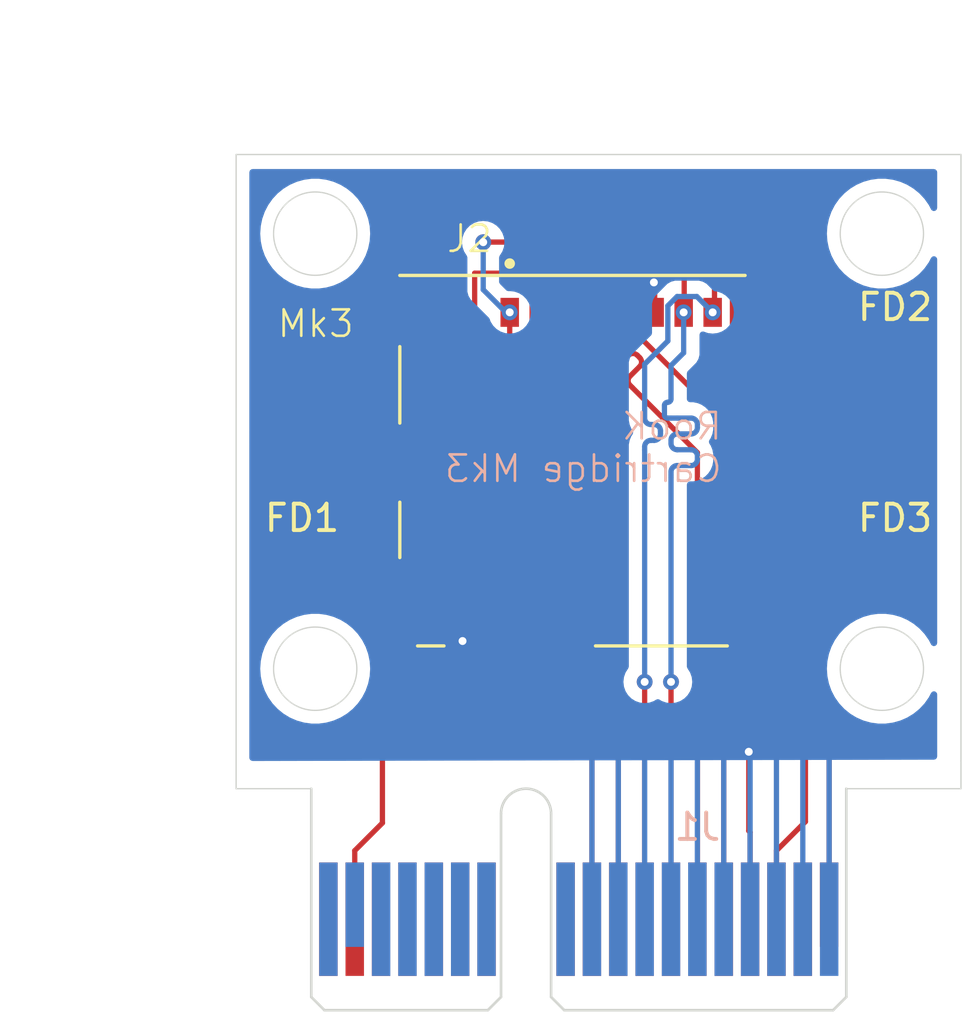
<source format=kicad_pcb>
(kicad_pcb (version 20240108) (generator "pcbnew") (generator_version "8.0")
  (layers (0 "F.Cu" signal) (31 "B.Cu" signal) (34 "B.Paste" user) (35 "F.Paste" user) (36 "B.SilkS" user "B.Silkscreen") (37 "F.SilkS" user "F.Silkscreen") (38 "B.Mask" user) (39 "F.Mask" user) (44 "Edge.Cuts" user))
  (net 0 "")
  (net 1 "SD_DAT3")
  (net 3 "Net-(J1-CARD_PRESENT)")
  (net 8 "SD_DAT1")
  (net 12 "GND")
  (net 17 "SD_DAT0")
  (net 18 "3V3")
  (net 20 "SD_DAT2")
  (net 21 "SD_CLK")
  (net 22 "SD_CMD")
  (footprint "Fiducial:Fiducial_0.5mm_Mask1.5mm" (layer "F.Cu") (at 167 61.5)
    (property "Reference" "FD1" (at 0 -1.7145 0) (layer "F.SilkS"))
    (property "Value" "Fiducial_0.5mm_Mask1.5mm" (hide yes))
    (pad "" smd circle (at 0 0) (size 0.5 0.5) (layers "F.Cu" "F.Mask") (clearance 0.5))
  )
  (footprint "Resistor_SMD:R_0201_0603Metric" (layer "F.Cu") (at 182.65 49.555 -90)
    (property "Reference" "R1" (hide yes))
    (property "Value" "10k" (hide yes))
    (pad "1" smd roundrect (at -0.32 0 270) (size 0.46 0.4) (layers "F.Cu" "F.Mask") (net 18 "3V3"))
    (pad "2" smd roundrect (at 0.32 0 270) (size 0.46 0.4) (layers "F.Cu" "F.Mask") (net 8 "SD_DAT1"))
  )
  (footprint "Resistor_SMD:R_0201_0603Metric" (layer "F.Cu") (at 174.95 49 -90)
    (property "Reference" "R3" (hide yes))
    (property "Value" "10k" (hide yes))
    (pad "1" smd roundrect (at -0.32 0 270) (size 0.46 0.4) (layers "F.Cu" "F.Mask") (net 18 "3V3"))
    (pad "2" smd roundrect (at 0.32 0 270) (size 0.46 0.4) (layers "F.Cu" "F.Mask") (net 20 "SD_DAT2"))
  )
  (footprint "Fiducial:Fiducial_0.5mm_Mask1.5mm" (layer "F.Cu") (at 189.5 53.5)
    (property "Reference" "FD2" (at 0 -1.7145 0) (layer "F.SilkS"))
    (property "Value" "Fiducial_0.5mm_Mask1.5mm" (hide yes))
    (pad "" smd circle (at 0 0) (size 0.5 0.5) (layers "F.Cu" "F.Mask") (clearance 0.5))
  )
  (footprint "Fiducial:Fiducial_0.5mm_Mask1.5mm" (layer "F.Cu") (at 189.5 61.5)
    (property "Reference" "FD3" (at 0 -1.7145 0) (layer "F.SilkS"))
    (property "Value" "Fiducial_0.5mm_Mask1.5mm" (hide yes))
    (pad "" smd circle (at 0 0) (size 0.5 0.5) (layers "F.Cu" "F.Mask") (clearance 0.5))
  )
  (footprint "Resistor_SMD:R_0201_0603Metric" (layer "F.Cu") (at 175.995 49.55 -90)
    (property "Reference" "R5" (hide yes))
    (property "Value" "10k" (hide yes))
    (pad "1" smd roundrect (at -0.32 0 270) (size 0.46 0.4) (layers "F.Cu" "F.Mask") (net 18 "3V3"))
    (pad "2" smd roundrect (at 0.32 0 270) (size 0.46 0.4) (layers "F.Cu" "F.Mask") (net 1 "SD_DAT3"))
  )
  (footprint "Resistor_SMD:R_0201_0603Metric" (layer "F.Cu") (at 181.5 49.55 -90)
    (property "Reference" "R2" (hide yes))
    (property "Value" "10k" (hide yes))
    (pad "1" smd roundrect (at -0.32 0 270) (size 0.46 0.4) (layers "F.Cu" "F.Mask") (net 18 "3V3"))
    (pad "2" smd roundrect (at 0.32 0 270) (size 0.46 0.4) (layers "F.Cu" "F.Mask") (net 17 "SD_DAT0"))
  )
  (footprint "CM4IO:SDCARD_MOLEX_503398-1892" (layer "F.Cu") (at 177.26 57.61)
    (property "Reference" "J2" (at -3.907665 -8.415745 0) (layer "F.SilkS") (effects (font (size 1.000685 1.000685) (thickness 0.1))))
    (property "Value" "Micro_SD_Card")
    (fp_line (start -6.55 -7.025) (end 6.55 -7.025) (stroke (width 0.127)) (layer "F.SilkS"))
    (fp_line (start -6.55 -4.325) (end -6.55 -1.425) (stroke (width 0.127)) (layer "F.SilkS"))
    (fp_line (start -6.55 1.575) (end -6.55 3.675) (stroke (width 0.127)) (layer "F.SilkS"))
    (fp_line (start -5.876 7.025) (end -4.874 7.025) (stroke (width 0.127)) (layer "F.SilkS"))
    (fp_line (start 0.874 7.025) (end 5.876 7.025) (stroke (width 0.127)) (layer "F.SilkS"))
    (fp_circle (center -2.38 -7.475) (end -2.28 -7.475) (stroke (width 0.2)) (fill none) (layer "F.SilkS"))
    (pad "1" smd rect (at -2.38 -5.625) (size 0.7 1.1) (layers "F.Cu" "F.Paste" "F.Mask") (net 20 "SD_DAT2"))
    (pad "2" smd rect (at -1.28 -5.625) (size 0.7 1.1) (layers "F.Cu" "F.Paste" "F.Mask") (net 1 "SD_DAT3"))
    (pad "3" smd rect (at -0.18 -5.625) (size 0.7 1.1) (layers "F.Cu" "F.Paste" "F.Mask") (net 22 "SD_CMD"))
    (pad "4" smd rect (at 0.92 -5.625) (size 0.7 1.1) (layers "F.Cu" "F.Paste" "F.Mask") (net 18 "3V3"))
    (pad "5" smd rect (at 2.02 -5.625) (size 0.7 1.1) (layers "F.Cu" "F.Paste" "F.Mask") (net 21 "SD_CLK"))
    (pad "6" smd rect (at 3.12 -5.625) (size 0.7 1.1) (layers "F.Cu" "F.Paste" "F.Mask") (net 12 "GND"))
    (pad "7" smd rect (at 4.22 -5.625) (size 0.7 1.1) (layers "F.Cu" "F.Paste" "F.Mask") (net 17 "SD_DAT0"))
    (pad "8" smd rect (at 5.32 -5.625) (size 0.7 1.1) (layers "F.Cu" "F.Paste" "F.Mask") (net 8 "SD_DAT1"))
    (pad "9" smd rect (at -4.17 6.84) (size 0.9 0.93) (layers "F.Cu" "F.Paste" "F.Mask") (net 12 "GND"))
    (pad "10" smd rect (at 0.095 6.915) (size 1.05 0.78) (layers "F.Cu" "F.Paste" "F.Mask"))
    (pad "11" smd rect (at -6.48 5.64) (size 0.7 3.33) (layers "F.Cu" "F.Paste" "F.Mask"))
    (pad "11" smd rect (at -6.26 -5.61) (size 1.14 1.83) (layers "F.Cu" "F.Paste" "F.Mask"))
    (pad "11" smd rect (at 6.4 -5.125) (size 0.86 2.8) (layers "F.Cu" "F.Paste" "F.Mask"))
    (pad "11" smd rect (at 6.48 5.64) (size 0.7 3.33) (layers "F.Cu" "F.Paste" "F.Mask"))
  )
  (footprint "Resistor_SMD:R_0201_0603Metric" (layer "F.Cu") (at 177.1 49.555 -90)
    (property "Reference" "R4" (hide yes))
    (property "Value" "10k" (hide yes))
    (pad "1" smd roundrect (at -0.32 0 270) (size 0.46 0.4) (layers "F.Cu" "F.Mask") (net 18 "3V3"))
    (pad "2" smd roundrect (at 0.32 0 270) (size 0.46 0.4) (layers "F.Cu" "F.Mask") (net 22 "SD_CMD"))
  )
  (footprint "Connector_PCBEdge:BUS_PCIexpress_x1" (layer "B.Cu") (at 187 75 180)
    (property "Reference" "J1" (at 5 3.5 0) (layer "B.SilkS") (effects (justify mirror)))
    (property "Value" "CartridgeConnMk1")
    (fp_line (start 19.65 -2.95) (end 19.65 4.95) (stroke (width 0.1)) (layer "Edge.Cuts"))
    (fp_line (start 19.15 -3.45) (end 19.65 -2.95) (stroke (width 0.1)) (layer "Edge.Cuts"))
    (fp_line (start 19.15 -3.45) (end 12.95 -3.45) (stroke (width 0.1)) (layer "Edge.Cuts"))
    (fp_line (start 12.95 -3.45) (end 12.45 -2.95) (stroke (width 0.1)) (layer "Edge.Cuts"))
    (fp_line (start 12.45 -2.95) (end 12.45 4) (stroke (width 0.1)) (layer "Edge.Cuts"))
    (fp_line (start 10.55 -2.95) (end 10.55 4) (stroke (width 0.1)) (layer "Edge.Cuts"))
    (fp_line (start 10.05 -3.45) (end 10.55 -2.95) (stroke (width 0.1)) (layer "Edge.Cuts"))
    (fp_line (start 10.05 -3.45) (end -0.15 -3.45) (stroke (width 0.1)) (layer "Edge.Cuts"))
    (fp_line (start -0.15 -3.45) (end -0.65 -2.95) (stroke (width 0.1)) (layer "Edge.Cuts"))
    (fp_line (start -0.65 -2.95) (end -0.65 4.95) (stroke (width 0.1)) (layer "Edge.Cuts"))
    (fp_arc (start 12.45 4) (mid 11.5 4.95) (end 10.55 4) (stroke (width 0.1)) (layer "Edge.Cuts"))
    (pad "A1" connect rect (at 0 0.55 180) (size 0.7 3.2) (layers "F.Cu" "F.Mask") (net 3 "Net-(J1-CARD_PRESENT)"))
    (pad "A2" connect rect (at 1 0 180) (size 0.7 4.3) (layers "F.Cu" "F.Mask"))
    (pad "A3" connect rect (at 2 0 180) (size 0.7 4.3) (layers "F.Cu" "F.Mask") (net 18 "3V3"))
    (pad "A4" connect rect (at 3 0 180) (size 0.7 4.3) (layers "F.Cu" "F.Mask") (net 12 "GND"))
    (pad "A5" connect rect (at 4 0 180) (size 0.7 4.3) (layers "F.Cu" "F.Mask") (net 21 "SD_CLK"))
    (pad "A6" connect rect (at 5 0 180) (size 0.7 4.3) (layers "F.Cu" "F.Mask") (net 22 "SD_CMD"))
    (pad "A7" connect rect (at 6 0 180) (size 0.7 4.3) (layers "F.Cu" "F.Mask") (net 17 "SD_DAT0"))
    (pad "A8" connect rect (at 7 0 180) (size 0.7 4.3) (layers "F.Cu" "F.Mask") (net 8 "SD_DAT1"))
    (pad "A9" connect rect (at 8 0 180) (size 0.7 4.3) (layers "F.Cu" "F.Mask") (net 20 "SD_DAT2"))
    (pad "A10" connect rect (at 9 0 180) (size 0.7 4.3) (layers "F.Cu" "F.Mask") (net 1 "SD_DAT3"))
    (pad "A11" connect rect (at 10 0 180) (size 0.7 4.3) (layers "F.Cu" "F.Mask"))
    (pad "A12" connect rect (at 13 0 180) (size 0.7 4.3) (layers "F.Cu" "F.Mask"))
    (pad "A13" connect rect (at 14 0 180) (size 0.7 4.3) (layers "F.Cu" "F.Mask"))
    (pad "A14" connect rect (at 15 0 180) (size 0.7 4.3) (layers "F.Cu" "F.Mask"))
    (pad "A15" connect rect (at 16 0 180) (size 0.7 4.3) (layers "F.Cu" "F.Mask"))
    (pad "A16" connect rect (at 17 0 180) (size 0.7 4.3) (layers "F.Cu" "F.Mask"))
    (pad "A17" connect rect (at 18 0 180) (size 0.7 4.3) (layers "F.Cu" "F.Mask") (net 3 "Net-(J1-CARD_PRESENT)"))
    (pad "A18" connect rect (at 19 0 180) (size 0.7 4.3) (layers "F.Cu" "F.Mask"))
    (pad "B1" connect rect (at 0 0 180) (size 0.7 4.3) (layers "B.Cu" "B.Mask") (net 12 "GND"))
    (pad "B2" connect rect (at 1 0 180) (size 0.7 4.3) (layers "B.Cu" "B.Mask") (net 12 "GND"))
    (pad "B3" connect rect (at 2 0 180) (size 0.7 4.3) (layers "B.Cu" "B.Mask") (net 12 "GND"))
    (pad "B4" connect rect (at 3 0 180) (size 0.7 4.3) (layers "B.Cu" "B.Mask") (net 12 "GND"))
    (pad "B5" connect rect (at 4 0 180) (size 0.7 4.3) (layers "B.Cu" "B.Mask") (net 12 "GND"))
    (pad "B6" connect rect (at 5 0 180) (size 0.7 4.3) (layers "B.Cu" "B.Mask") (net 12 "GND"))
    (pad "B7" connect rect (at 6 0 180) (size 0.7 4.3) (layers "B.Cu" "B.Mask") (net 12 "GND"))
    (pad "B8" connect rect (at 7 0 180) (size 0.7 4.3) (layers "B.Cu" "B.Mask") (net 12 "GND"))
    (pad "B9" connect rect (at 8 0 180) (size 0.7 4.3) (layers "B.Cu" "B.Mask") (net 12 "GND"))
    (pad "B10" connect rect (at 9 0 180) (size 0.7 4.3) (layers "B.Cu" "B.Mask") (net 12 "GND"))
    (pad "B11" connect rect (at 10 0 180) (size 0.7 4.3) (layers "B.Cu" "B.Mask"))
    (pad "B12" connect rect (at 13 0 180) (size 0.7 4.3) (layers "B.Cu" "B.Mask"))
    (pad "B13" connect rect (at 14 0 180) (size 0.7 4.3) (layers "B.Cu" "B.Mask"))
    (pad "B14" connect rect (at 15 0 180) (size 0.7 4.3) (layers "B.Cu" "B.Mask"))
    (pad "B15" connect rect (at 16 0 180) (size 0.7 4.3) (layers "B.Cu" "B.Mask"))
    (pad "B16" connect rect (at 17 0 180) (size 0.7 4.3) (layers "B.Cu" "B.Mask"))
    (pad "B17" connect rect (at 18 0.55 180) (size 0.7 3.2) (layers "B.Cu" "B.Mask"))
    (pad "B18" connect rect (at 19 0 180) (size 0.7 4.3) (layers "B.Cu" "B.Mask"))
  )
  (gr_line (start 192 69) (end 192 70.05) (stroke (width 0.05)) (layer "Edge.Cuts"))
  (gr_circle (center 189 65.5) (end 190.58 65.5) (stroke (width 0.05)) (fill none) (layer "Edge.Cuts"))
  (gr_circle (center 167.5 65.5) (end 169.08 65.5) (stroke (width 0.05)) (fill none) (layer "Edge.Cuts"))
  (gr_line (start 192 46) (end 164.5 46) (stroke (width 0.05)) (layer "Edge.Cuts"))
  (gr_line (start 164.5 46) (end 164.499561 70.05) (stroke (width 0.05)) (layer "Edge.Cuts"))
  (gr_circle (center 189 49) (end 190.58 49) (stroke (width 0.05)) (fill none) (layer "Edge.Cuts"))
  (gr_circle (center 167.5 49) (end 169.08 49) (stroke (width 0.05)) (fill none) (layer "Edge.Cuts"))
  (gr_line (start 192 69) (end 192 46) (stroke (width 0.05)) (layer "Edge.Cuts"))
  (gr_line (start 187.65 70.05) (end 192 70.05) (stroke (width 0.05)) (layer "Edge.Cuts"))
  (gr_line (start 167.35 70.05) (end 164.499561 70.05) (stroke (width 0.05)) (layer "Edge.Cuts"))
  (gr_text "RooK\nCartridge Mk3" (at 183 58.5 0) (layer "B.SilkS") (effects (font (size 1 1) (thickness 0.1)) (justify left bottom mirror)))
  (gr_text "Mk3" (at 166 53 0) (layer "F.SilkS") (effects (font (size 1 1) (thickness 0.1)) (justify left bottom)))
  (segment (start 175.995 51.97) (end 175.98 51.985) (width 0.2) (layer "F.Cu") (net 1))
  (segment (start 173.48 62.48) (end 173.48 54.273241) (width 0.2) (layer "F.Cu") (net 1))
  (segment (start 175.995 49.87) (end 175.995 51.97) (width 0.2) (layer "F.Cu") (net 1))
  (segment (start 173.55 54.203241) (end 173.55 50.5) (width 0.2) (layer "F.Cu") (net 1))
  (segment (start 173.48 54.273241) (end 173.55 54.203241) (width 0.2) (layer "F.Cu") (net 1))
  (segment (start 175.98 51.235) (end 175.98 51.985) (width 0.2) (layer "F.Cu") (net 1))
  (segment (start 178 74.75) (end 178 67) (width 0.2) (layer "F.Cu") (net 1))
  (segment (start 178 67) (end 173.48 62.48) (width 0.2) (layer "F.Cu") (net 1))
  (segment (start 173.55 50.5) (end 175.245 50.5) (width 0.2) (layer "F.Cu") (net 1))
  (segment (start 175.245 50.5) (end 175.98 51.235) (width 0.2) (layer "F.Cu") (net 1))
  (segment (start 175.834315 47.65) (end 175.884315 47.6) (width 0.2) (layer "F.Cu") (net 3))
  (segment (start 186.5 50.434314) (end 186.5 67.6) (width 0.2) (layer "F.Cu") (net 3))
  (segment (start 183.665686 47.6) (end 186.5 50.434314) (width 0.2) (layer "F.Cu") (net 3))
  (segment (start 175.884315 47.6) (end 183.665686 47.6) (width 0.2) (layer "F.Cu") (net 3))
  (segment (start 187 68.1) (end 187 74.2) (width 0.2) (layer "F.Cu") (net 3))
  (segment (start 186.5 67.6) (end 187 68.1) (width 0.2) (layer "F.Cu") (net 3))
  (segment (start 173.265 47.65) (end 175.834315 47.65) (width 0.2) (layer "F.Cu") (net 3))
  (segment (start 169 74.75) (end 169 72.4) (width 0.2) (layer "F.Cu") (net 3))
  (segment (start 169 72.4) (end 170.05 71.35) (width 0.2) (layer "F.Cu") (net 3))
  (segment (start 170.05 50.865) (end 173.265 47.65) (width 0.2) (layer "F.Cu") (net 3))
  (segment (start 170.05 71.35) (end 170.05 50.865) (width 0.2) (layer "F.Cu") (net 3))
  (segment (start 182.65 51.915) (end 182.58 51.985) (width 0.2) (layer "F.Cu") (net 8))
  (segment (start 180 74.75) (end 180 66) (width 0.2) (layer "F.Cu") (net 8))
  (segment (start 182.65 49.875) (end 182.65 51.915) (width 0.2) (layer "F.Cu") (net 8))
  (via (at 182.58 51.985) (size 0.6) (drill 0.3) (layers "F.Cu" "B.Cu") (net 8))
  (via (at 180 66) (size 0.6) (drill 0.3) (layers "F.Cu" "B.Cu") (net 8))
  (segment (start 181.231471 51.385) (end 180.88 51.736471) (width 0.2) (layer "B.Cu") (net 8))
  (segment (start 180 53.95) (end 180 55.999485) (width 0.2) (layer "B.Cu") (net 8))
  (segment (start 182.58 51.985) (end 181.98 51.385) (width 0.2) (layer "B.Cu") (net 8))
  (segment (start 180 57.199485) (end 180 57.682035) (width 0.2) (layer "B.Cu") (net 8))
  (segment (start 180 57.079485) (end 180 57.199485) (width 0.2) (layer "B.Cu") (net 8))
  (segment (start 180.6 56.479485) (end 180.6 56.599485) (width 0.2) (layer "B.Cu") (net 8))
  (segment (start 180.36 56.839485) (end 180.24 56.839485) (width 0.2) (layer "B.Cu") (net 8))
  (segment (start 180.88 51.736471) (end 180.88 53.07) (width 0.2) (layer "B.Cu") (net 8))
  (segment (start 181.98 51.385) (end 181.231471 51.385) (width 0.2) (layer "B.Cu") (net 8))
  (segment (start 180 57.682035) (end 180 66) (width 0.2) (layer "B.Cu") (net 8))
  (segment (start 180.88 53.07) (end 180 53.95) (width 0.2) (layer "B.Cu") (net 8))
  (segment (start 180.24 56.239485) (end 180.36 56.239485) (width 0.2) (layer "B.Cu") (net 8))
  (arc (start 180.6 56.599485) (mid 180.529706 56.769191) (end 180.36 56.839485) (width 0.2) (layer "B.Cu") (net 8))
  (arc (start 180.36 56.239485) (mid 180.529706 56.309779) (end 180.6 56.479485) (width 0.2) (layer "B.Cu") (net 8))
  (arc (start 180 55.999485) (mid 180.070294 56.169191) (end 180.24 56.239485) (width 0.2) (layer "B.Cu") (net 8))
  (arc (start 180.24 56.839485) (mid 180.070294 56.909779) (end 180 57.079485) (width 0.2) (layer "B.Cu") (net 8))
  (segment (start 173 64.54) (end 173.09 64.45) (width 0.2) (layer "F.Cu") (net 12))
  (segment (start 180.38 51.985) (end 180.38 50.88) (width 0.2) (layer "F.Cu") (net 12))
  (segment (start 183.95 71.65) (end 184 71.7) (width 0.2) (layer "F.Cu") (net 12))
  (segment (start 184 71.7) (end 184 74.75) (width 0.2) (layer "F.Cu") (net 12))
  (segment (start 183.95 68.65) (end 183.95 71.65) (width 0.2) (layer "F.Cu") (net 12))
  (segment (start 180.38 50.88) (end 180.35 50.85) (width 0.2) (layer "F.Cu") (net 12))
  (via (at 173.09 64.45) (size 0.6) (drill 0.3) (layers "F.Cu" "B.Cu") (net 12))
  (via (at 180.35 50.85) (size 0.6) (drill 0.3) (layers "F.Cu" "B.Cu") (net 12))
  (via (at 183.95 68.65) (size 0.6) (drill 0.3) (layers "F.Cu" "B.Cu") (net 12))
  (segment (start 181 75) (end 181 68.6) (width 0.2) (layer "B.Cu") (net 12))
  (segment (start 186 75) (end 186 68.6) (width 0.2) (layer "B.Cu") (net 12))
  (segment (start 182 75) (end 182 68.6) (width 0.2) (layer "B.Cu") (net 12))
  (segment (start 185 75) (end 185 68.6) (width 0.2) (layer "B.Cu") (net 12))
  (segment (start 179 75) (end 179 68.6) (width 0.2) (layer "B.Cu") (net 12))
  (segment (start 180 75) (end 180 68.6) (width 0.2) (layer "B.Cu") (net 12))
  (segment (start 178 75) (end 178 68.6) (width 0.2) (layer "B.Cu") (net 12))
  (segment (start 183 75) (end 183 68.6) (width 0.2) (layer "B.Cu") (net 12))
  (segment (start 184 75) (end 184 68.6) (width 0.2) (layer "B.Cu") (net 12))
  (segment (start 187 75) (end 187 68.6) (width 0.2) (layer "B.Cu") (net 12))
  (segment (start 181.5 51.965) (end 181.48 51.985) (width 0.2) (layer "F.Cu") (net 17))
  (segment (start 181 74.75) (end 181 66) (width 0.2) (layer "F.Cu") (net 17))
  (segment (start 181.5 49.87) (end 181.5 51.965) (width 0.2) (layer "F.Cu") (net 17))
  (via (at 181.48 51.985) (size 0.6) (drill 0.3) (layers "F.Cu" "B.Cu") (net 17))
  (via (at 181 66) (size 0.6) (drill 0.3) (layers "F.Cu" "B.Cu") (net 17))
  (segment (start 181 56.83538) (end 181 56.95538) (width 0.2) (layer "B.Cu") (net 17))
  (segment (start 181 58.242885) (end 181 66) (width 0.2) (layer "B.Cu") (net 17))
  (segment (start 181.48 53.52) (end 181 54) (width 0.2) (layer "B.Cu") (net 17))
  (segment (start 181 58.03538) (end 181 58.15538) (width 0.2) (layer "B.Cu") (net 17))
  (segment (start 181.24 57.19538) (end 181.76 57.19538) (width 0.2) (layer "B.Cu") (net 17))
  (segment (start 180.75 55.52038) (end 180.75 55.87038) (width 0.2) (layer "B.Cu") (net 17))
  (segment (start 181 54) (end 181 55.27038) (width 0.2) (layer "B.Cu") (net 17))
  (segment (start 181 55.99538) (end 181.24 55.99538) (width 0.2) (layer "B.Cu") (net 17))
  (segment (start 182 57.43538) (end 182 57.55538) (width 0.2) (layer "B.Cu") (net 17))
  (segment (start 180.875 55.99538) (end 181 55.99538) (width 0.2) (layer "B.Cu") (net 17))
  (segment (start 181 58.15538) (end 181 58.242885) (width 0.2) (layer "B.Cu") (net 17))
  (segment (start 181.76 56.59538) (end 181.24 56.59538) (width 0.2) (layer "B.Cu") (net 17))
  (segment (start 181.76 57.79538) (end 181.24 57.79538) (width 0.2) (layer "B.Cu") (net 17))
  (segment (start 181.24 55.99538) (end 181.76 55.99538) (width 0.2) (layer "B.Cu") (net 17))
  (segment (start 181.48 51.985) (end 181.48 53.52) (width 0.2) (layer "B.Cu") (net 17))
  (segment (start 182 56.23538) (end 182 56.35538) (width 0.2) (layer "B.Cu") (net 17))
  (arc (start 180.875 55.39538) (mid 180.786612 55.431992) (end 180.75 55.52038) (width 0.2) (layer "B.Cu") (net 17))
  (arc (start 181 55.27038) (mid 180.963388 55.358768) (end 180.875 55.39538) (width 0.2) (layer "B.Cu") (net 17))
  (arc (start 181.76 55.99538) (mid 181.929706 56.065674) (end 182 56.23538) (width 0.2) (layer "B.Cu") (net 17))
  (arc (start 181.24 57.79538) (mid 181.070294 57.865674) (end 181 58.03538) (width 0.2) (layer "B.Cu") (net 17))
  (arc (start 180.75 55.87038) (mid 180.786612 55.958768) (end 180.875 55.99538) (width 0.2) (layer "B.Cu") (net 17))
  (arc (start 182 57.55538) (mid 181.929706 57.725086) (end 181.76 57.79538) (width 0.2) (layer "B.Cu") (net 17))
  (arc (start 181.24 56.59538) (mid 181.070294 56.665674) (end 181 56.83538) (width 0.2) (layer "B.Cu") (net 17))
  (arc (start 181 56.95538) (mid 181.070294 57.125086) (end 181.24 57.19538) (width 0.2) (layer "B.Cu") (net 17))
  (arc (start 181.76 57.19538) (mid 181.929706 57.265674) (end 182 57.43538) (width 0.2) (layer "B.Cu") (net 17))
  (arc (start 182 56.35538) (mid 181.929706 56.525086) (end 181.76 56.59538) (width 0.2) (layer "B.Cu") (net 17))
  (segment (start 185 74.75) (end 185 72.4) (width 0.2) (layer "F.Cu") (net 18))
  (segment (start 182.65 48) (end 181.415 48) (width 0.2) (layer "F.Cu") (net 18))
  (segment (start 175.995 49.155) (end 176.5 48.65) (width 0.2) (layer "F.Cu") (net 18))
  (segment (start 186.1 50.6) (end 183.5 48) (width 0.2) (layer "F.Cu") (net 18))
  (segment (start 176.5 48.65) (end 180.765 48.65) (width 0.2) (layer "F.Cu") (net 18))
  (segment (start 174.95 48.68) (end 176.47 48.68) (width 0.2) (layer "F.Cu") (net 18))
  (segment (start 176.47 48.68) (end 176.5 48.65) (width 0.2) (layer "F.Cu") (net 18))
  (segment (start 181.5 49.23) (end 181.5 48.085) (width 0.2) (layer "F.Cu") (net 18))
  (segment (start 186.1 71.3) (end 186.1 50.6) (width 0.2) (layer "F.Cu") (net 18))
  (segment (start 181.5 48.085) (end 181.415 48) (width 0.2) (layer "F.Cu") (net 18))
  (segment (start 185 72.4) (end 186.1 71.3) (width 0.2) (layer "F.Cu") (net 18))
  (segment (start 180.7825 48.6325) (end 180.1825 49.2325) (width 0.2) (layer "F.Cu") (net 18))
  (segment (start 182.65 49.235) (end 182.65 48) (width 0.2) (layer "F.Cu") (net 18))
  (segment (start 175.995 49.23) (end 175.995 49.155) (width 0.2) (layer "F.Cu") (net 18))
  (segment (start 181.415 48) (end 180.7825 48.6325) (width 0.2) (layer "F.Cu") (net 18))
  (segment (start 178.18 51.235) (end 178.18 51.985) (width 0.2) (layer "F.Cu") (net 18))
  (segment (start 183.5 48) (end 182.65 48) (width 0.2) (layer "F.Cu") (net 18))
  (segment (start 180.765 48.65) (end 180.7825 48.6325) (width 0.2) (layer "F.Cu") (net 18))
  (segment (start 177.1 49.235) (end 180.18 49.235) (width 0.2) (layer "F.Cu") (net 18))
  (segment (start 180.18 49.235) (end 180.1825 49.2325) (width 0.2) (layer "F.Cu") (net 18))
  (segment (start 180.1825 49.2325) (end 178.18 51.235) (width 0.2) (layer "F.Cu") (net 18))
  (segment (start 174.88 56.613418) (end 174.88 60.535) (width 0.2) (layer "F.Cu") (net 20))
  (segment (start 175.12 54.274589) (end 174.88 54.274589) (width 0.2) (layer "F.Cu") (net 20))
  (segment (start 174.88 54.874589) (end 175.12 54.874589) (width 0.2) (layer "F.Cu") (net 20))
  (segment (start 173.88 49.32) (end 173.875 49.325) (width 0.2) (layer "F.Cu") (net 20))
  (segment (start 175.64 54.274589) (end 175.12 54.274589) (width 0.2) (layer "F.Cu") (net 20))
  (segment (start 174.95 49.32) (end 173.88 49.32) (width 0.2) (layer "F.Cu") (net 20))
  (segment (start 175.12 54.874589) (end 175.64 54.874589) (width 0.2) (layer "F.Cu") (net 20))
  (segment (start 174.88 55.714589) (end 174.88 55.834589) (width 0.2) (layer "F.Cu") (net 20))
  (segment (start 174.88 55.834589) (end 174.88 56.613418) (width 0.2) (layer "F.Cu") (net 20))
  (segment (start 174.12 54.874589) (end 174.88 54.874589) (width 0.2) (layer "F.Cu") (net 20))
  (segment (start 175.88 53.914589) (end 175.88 54.034589) (width 0.2) (layer "F.Cu") (net 20))
  (segment (start 175.12 53.674589) (end 175.64 53.674589) (width 0.2) (layer "F.Cu") (net 20))
  (segment (start 173.875 49.325) (end 173.85 49.35) (width 0.2) (layer "F.Cu") (net 20))
  (segment (start 175.88 55.114589) (end 175.88 55.234589) (width 0.2) (layer "F.Cu") (net 20))
  (segment (start 174.88 54.274589) (end 174.12 54.274589) (width 0.2) (layer "F.Cu") (net 20))
  (segment (start 173.88 54.514589) (end 173.88 54.634589) (width 0.2) (layer "F.Cu") (net 20))
  (segment (start 174.88 51.985) (end 174.88 53.434589) (width 0.2) (layer "F.Cu") (net 20))
  (segment (start 174.88 60.535) (end 179 64.655) (width 0.2) (layer "F.Cu") (net 20))
  (segment (start 175.64 55.474589) (end 175.12 55.474589) (width 0.2) (layer "F.Cu") (net 20))
  (segment (start 179 64.655) (end 179 74.75) (width 0.2) (layer "F.Cu") (net 20))
  (via (at 173.875 49.325) (size 0.6) (drill 0.3) (layers "F.Cu" "B.Cu") (net 20))
  (via (at 174.88 51.985) (size 0.6) (drill 0.3) (layers "F.Cu" "B.Cu") (net 20))
  (arc (start 175.88 54.034589) (mid 175.809706 54.204295) (end 175.64 54.274589) (width 0.2) (layer "F.Cu") (net 20))
  (arc (start 174.12 54.274589) (mid 173.950294 54.344883) (end 173.88 54.514589) (width 0.2) (layer "F.Cu") (net 20))
  (arc (start 175.12 55.474589) (mid 174.950294 55.544883) (end 174.88 55.714589) (width 0.2) (layer "F.Cu") (net 20))
  (arc (start 173.88 54.634589) (mid 173.950294 54.804295) (end 174.12 54.874589) (width 0.2) (layer "F.Cu") (net 20))
  (arc (start 175.64 53.674589) (mid 175.809706 53.744883) (end 175.88 53.914589) (width 0.2) (layer "F.Cu") (net 20))
  (arc (start 175.88 55.234589) (mid 175.809706 55.404295) (end 175.64 55.474589) (width 0.2) (layer "F.Cu") (net 20))
  (arc (start 174.88 53.434589) (mid 174.950294 53.604295) (end 175.12 53.674589) (width 0.2) (layer "F.Cu") (net 20))
  (arc (start 175.64 54.874589) (mid 175.809706 54.944883) (end 175.88 55.114589) (width 0.2) (layer "F.Cu") (net 20))
  (segment (start 173.875 49.325) (end 173.875 51.125) (width 0.2) (layer "B.Cu") (net 20))
  (segment (start 173.875 51.125) (end 174.735 51.985) (width 0.2) (layer "B.Cu") (net 20))
  (segment (start 174.735 51.985) (end 174.88 51.985) (width 0.2) (layer "B.Cu") (net 20))
  (segment (start 183 56.105) (end 179.28 52.385) (width 0.2) (layer "F.Cu") (net 21))
  (segment (start 183 57.668353) (end 183 56.105) (width 0.2) (layer "F.Cu") (net 21))
  (segment (start 183 58.352137) (end 183 57.668353) (width 0.2) (layer "F.Cu") (net 21))
  (segment (start 183.24 59.312137) (end 183.76 59.312137) (width 0.2) (layer "F.Cu") (net 21))
  (segment (start 179.28 52.385) (end 179.28 51.985) (width 0.2) (layer "F.Cu") (net 21))
  (segment (start 183 59.312137) (end 183.24 59.312137) (width 0.2) (layer "F.Cu") (net 21))
  (segment (start 183 59.912137) (end 182.64 59.912137) (width 0.2) (layer "F.Cu") (net 21))
  (segment (start 184 60.272137) (end 184 60.152137) (width 0.2) (layer "F.Cu") (net 21))
  (segment (start 183.76 58.712137) (end 183.24 58.712137) (width 0.2) (layer "F.Cu") (net 21))
  (segment (start 183 58.472137) (end 183 58.352137) (width 0.2) (layer "F.Cu") (net 21))
  (segment (start 184 59.072137) (end 184 58.952137) (width 0.2) (layer "F.Cu") (net 21))
  (segment (start 182.64 59.312137) (end 183 59.312137) (width 0.2) (layer "F.Cu") (net 21))
  (segment (start 182.64 60.512137) (end 182.76 60.512137) (width 0.2) (layer "F.Cu") (net 21))
  (segment (start 183.76 59.912137) (end 183 59.912137) (width 0.2) (layer "F.Cu") (net 21))
  (segment (start 182.4 60.872137) (end 182.4 60.752137) (width 0.2) (layer "F.Cu") (net 21))
  (segment (start 182.4 59.672137) (end 182.4 59.552137) (width 0.2) (layer "F.Cu") (net 21))
  (segment (start 183 74.75) (end 183 61.352137) (width 0.2) (layer "F.Cu") (net 21))
  (segment (start 182.76 60.512137) (end 183 60.512137) (width 0.2) (layer "F.Cu") (net 21))
  (segment (start 183 60.512137) (end 183.76 60.512137) (width 0.2) (layer "F.Cu") (net 21))
  (segment (start 182.76 61.112137) (end 182.64 61.112137) (width 0.2) (layer "F.Cu") (net 21))
  (arc (start 183.76 60.512137) (mid 183.929706 60.441843) (end 184 60.272137) (width 0.2) (layer "F.Cu") (net 21))
  (arc (start 183.76 59.312137) (mid 183.929706 59.241843) (end 184 59.072137) (width 0.2) (layer "F.Cu") (net 21))
  (arc (start 182.4 59.552137) (mid 182.470294 59.382431) (end 182.64 59.312137) (width 0.2) (layer "F.Cu") (net 21))
  (arc (start 182.64 59.912137) (mid 182.470294 59.841843) (end 182.4 59.672137) (width 0.2) (layer "F.Cu") (net 21))
  (arc (start 183 61.352137) (mid 182.929706 61.182431) (end 182.76 61.112137) (width 0.2) (layer "F.Cu") (net 21))
  (arc (start 182.4 60.752137) (mid 182.470294 60.582431) (end 182.64 60.512137) (width 0.2) (layer "F.Cu") (net 21))
  (arc (start 184 60.152137) (mid 183.929706 59.982431) (end 183.76 59.912137) (width 0.2) (layer "F.Cu") (net 21))
  (arc (start 184 58.952137) (mid 183.929706 58.782431) (end 183.76 58.712137) (width 0.2) (layer "F.Cu") (net 21))
  (arc (start 182.64 61.112137) (mid 182.470294 61.041843) (end 182.4 60.872137) (width 0.2) (layer "F.Cu") (net 21))
  (arc (start 183.24 58.712137) (mid 183.070294 58.641843) (end 183 58.472137) (width 0.2) (layer "F.Cu") (net 21))
  (segment (start 177.1 49.875) (end 177.1 51.965) (width 0.2) (layer "F.Cu") (net 22))
  (segment (start 178.848843 54.153842) (end 178.848843 54.153843) (width 0.2) (layer "F.Cu") (net 22))
  (segment (start 177.1 51.965) (end 177.08 51.985) (width 0.2) (layer "F.Cu") (net 22))
  (segment (start 182 57.305) (end 182 74.75) (width 0.2) (layer "F.Cu") (net 22))
  (segment (start 180.031403 55.336403) (end 182 57.305) (width 0.2) (layer "F.Cu") (net 22))
  (segment (start 178.170024 53.135613) (end 178.396297 52.909337) (width 0.2) (layer "F.Cu") (net 22))
  (segment (start 178.735709 52.909338) (end 178.820561 52.99419) (width 0.2) (layer "F.Cu") (net 22))
  (segment (start 178.594285 53.559875) (end 178.42458 53.72958) (width 0.2) (layer "F.Cu") (net 22))
  (segment (start 179.725655 53.616441) (end 179.810507 53.701293) (width 0.2) (layer "F.Cu") (net 22))
  (segment (start 178.42458 53.72958) (end 177.887178 54.266981) (width 0.2) (layer "F.Cu") (net 22))
  (segment (start 178.848843 54.153843) (end 179.018547 53.984136) (width 0.2) (layer "F.Cu") (net 22))
  (segment (start 178.820561 53.333602) (end 178.594285 53.559875) (width 0.2) (layer "F.Cu") (net 22))
  (segment (start 179.527665 54.832665) (end 180.031403 55.336403) (width 0.2) (layer "F.Cu") (net 22))
  (segment (start 179.810507 54.040705) (end 179.442812 54.408401) (width 0.2) (layer "F.Cu") (net 22))
  (segment (start 178.311442 54.691244) (end 178.848843 54.153842) (width 0.2) (layer "F.Cu") (net 22))
  (segment (start 179.442811 54.747811) (end 179.527665 54.832665) (width 0.2) (layer "F.Cu") (net 22))
  (segment (start 177.08 51.985) (end 177.08 52.385) (width 0.2) (layer "F.Cu") (net 22))
  (segment (start 177.887178 54.606392) (end 177.97203 54.691244) (width 0.2) (layer "F.Cu") (net 22))
  (segment (start 179.018547 53.984136) (end 179.386243 53.61644) (width 0.2) (layer "F.Cu") (net 22))
  (segment (start 177.08 52.385) (end 177.830612 53.135612) (width 0.2) (layer "F.Cu") (net 22))
  (arc (start 177.887178 54.266981) (mid 177.816884 54.436686) (end 177.887178 54.606392) (width 0.2) (layer "F.Cu") (net 22))
  (arc (start 177.830612 53.135612) (mid 178.000318 53.205906) (end 178.170024 53.135613) (width 0.2) (layer "F.Cu") (net 22))
  (arc (start 179.386243 53.61644) (mid 179.555949 53.546147) (end 179.725655 53.616441) (width 0.2) (layer "F.Cu") (net 22))
  (arc (start 179.810507 53.701293) (mid 179.880803 53.871) (end 179.810507 54.040705) (width 0.2) (layer "F.Cu") (net 22))
  (arc (start 177.97203 54.691244) (mid 178.141736 54.761539) (end 178.311442 54.691244) (width 0.2) (layer "F.Cu") (net 22))
  (arc (start 178.820561 52.99419) (mid 178.890855 53.163895) (end 178.820561 53.333602) (width 0.2) (layer "F.Cu") (net 22))
  (arc (start 179.442812 54.408401) (mid 179.372517 54.578105) (end 179.442811 54.747811) (width 0.2) (layer "F.Cu") (net 22))
  (arc (start 178.396297 52.909337) (mid 178.566003 52.839044) (end 178.735709 52.909338) (width 0.2) (layer "F.Cu") (net 22))
  (zone (net 12) (net_name "GND") (layer "B.Cu") (connect_pads (clearance 0.5)) (min_thickness 0.25) (fill yes (thermal_gap 0.5) (thermal_bridge_width 0.5))
    (polygon (pts (xy 165 46.55) (xy 165 69) (xy 191.1 68.95) (xy 191.1 46.55)))
  )
)
</source>
